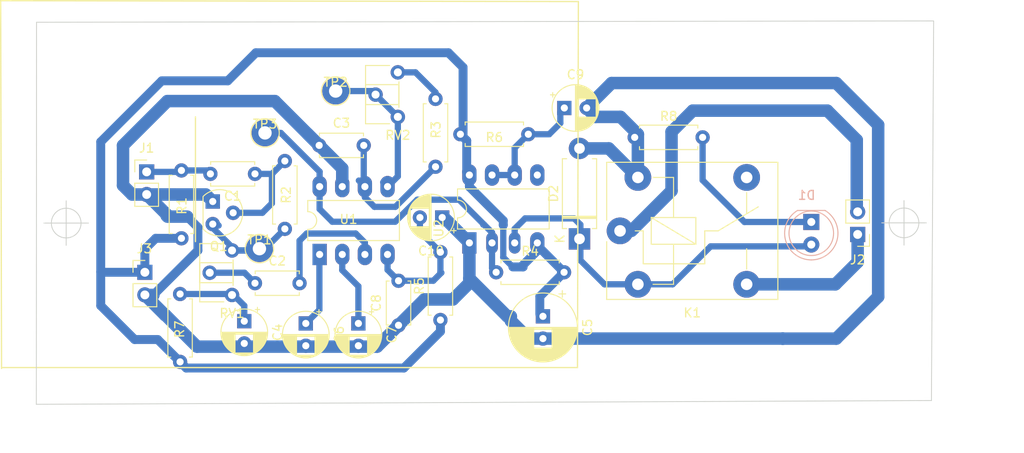
<source format=kicad_pcb>
(kicad_pcb (version 20211014) (generator pcbnew)
  (layers (0 "F.Cu" signal) (31 "B.Cu" signal) (34 "B.Paste" user) (35 "F.Paste" user) (36 "B.SilkS" user "B.Silkscreen") (37 "F.SilkS" user "F.Silkscreen") (38 "B.Mask" user) (39 "F.Mask" user) (44 "Edge.Cuts" user))
  (net 0 "")
  (net 1 "Net-(C1-Pad1)")
  (net 2 "Net-(C1-Pad2)")
  (net 3 "Net-(C2-Pad1)")
  (net 4 "Net-(C2-Pad2)")
  (net 5 "GND")
  (net 6 "Net-(C3-Pad2)")
  (net 7 "Net-(Q1-Pad3)")
  (net 8 "Net-(J2-Pad2)")
  (net 9 "+5V")
  (net 10 "Net-(R3-Pad2)")
  (net 11 "Net-(R4-Pad1)")
  (net 12 "Net-(C4-Pad1)")
  (net 13 "Net-(RV2-Pad1)")
  (net 15 "Net-(J2-Pad1)")
  (net 17 "Net-(D1-Pad1)")
  (net 18 "Net-(C6-Pad1)")
  (net 19 "Net-(C7-Pad1)")
  (net 20 "Net-(C10-Pad2)")
  (net 21 "Net-(C9-Pad1)")
  (net 22 "Net-(D1-Pad2)")
  (footprint "Connector_PinHeader_2.54mm:PinHeader_1x02_P2.54mm_Vertical" (layer "F.Cu") (at 118.375 49.1 180)
    (fp_text reference "J2" (at 0 -2.85) (layer "F.SilkS"))
    (fp_text value "Conn_01x02_Female" hide)
    (pad "1" thru_hole rect (at 0 0 180) (size 1.7 1.7) (drill 1) (layers *.Cu *.Mask) (net 15 "Net-(J2-Pad1)"))
    (pad "2" thru_hole oval (at 0 2.54 180) (size 1.7 1.7) (drill 1) (layers *.Cu *.Mask) (net 8 "Net-(J2-Pad2)"))
  )
  (footprint "Capacitor_THT:CP_Radial_D5.0mm_P2.50mm" (layer "F.Cu") (at 85.475 34.9)
    (fp_text reference "C9" (at 1.25 -3.75) (layer "F.SilkS"))
    (fp_text value "1uF")
    (pad "1" thru_hole rect (at 0 0) (size 1.6 1.6) (drill 0.8) (layers *.Cu *.Mask) (net 21 "Net-(C9-Pad1)"))
    (pad "2" thru_hole circle (at 2.5 0) (size 1.6 1.6) (drill 0.8) (layers *.Cu *.Mask) (net 5 "GND"))
  )
  (footprint "Package_DIP:DIP-8_W7.62mm_LongPads" (layer "F.Cu") (at 58.025 51.35 90)
    (fp_text reference "U1" (at 3.95 3.25 180) (layer "F.SilkS"))
    (fp_text value "NE567")
    (pad "1" thru_hole rect (at 0 0 90) (size 2.4 1.6) (drill 0.8) (layers *.Cu *.Mask) (net 18 "Net-(C6-Pad1)"))
    (pad "2" thru_hole oval (at 0 2.54 90) (size 2.4 1.6) (drill 0.8) (layers *.Cu *.Mask) (net 19 "Net-(C7-Pad1)"))
    (pad "3" thru_hole oval (at 0 5.08 90) (size 2.4 1.6) (drill 0.8) (layers *.Cu *.Mask) (net 4 "Net-(C2-Pad2)"))
    (pad "4" thru_hole oval (at 0 7.62 90) (size 2.4 1.6) (drill 0.8) (layers *.Cu *.Mask) (net 20 "Net-(C10-Pad2)"))
    (pad "5" thru_hole oval (at 7.62 7.62 90) (size 2.4 1.6) (drill 0.8) (layers *.Cu *.Mask) (net 13 "Net-(RV2-Pad1)"))
    (pad "6" thru_hole oval (at 7.62 5.08 90) (size 2.4 1.6) (drill 0.8) (layers *.Cu *.Mask) (net 6 "Net-(C3-Pad2)"))
    (pad "7" thru_hole oval (at 7.62 2.54 90) (size 2.4 1.6) (drill 0.8) (layers *.Cu *.Mask) (net 5 "GND"))
    (pad "8" thru_hole oval (at 7.62 0 90) (size 2.4 1.6) (drill 0.8) (layers *.Cu *.Mask) (net 11 "Net-(R4-Pad1)"))
  )
  (footprint "Resistor_THT:R_Axial_DIN0207_L6.3mm_D2.5mm_P7.62mm_Horizontal" (layer "F.Cu") (at 54.125 48.475 90)
    (fp_text reference "R2" (at 3.81 0.15 90) (layer "F.SilkS"))
    (fp_text value "1.5meg")
    (pad "1" thru_hole circle (at 0 0 90) (size 1.6 1.6) (drill 0.8) (layers *.Cu *.Mask) (net 7 "Net-(Q1-Pad3)"))
    (pad "2" thru_hole oval (at 7.62 0 90) (size 1.6 1.6) (drill 0.8) (layers *.Cu *.Mask) (net 1 "Net-(C1-Pad1)"))
  )
  (footprint "Connector_PinHeader_2.54mm:PinHeader_1x02_P2.54mm_Vertical" (layer "F.Cu") (at 38.425 53.35)
    (fp_text reference "J3" (at -0.05 -2.65) (layer "F.SilkS"))
    (fp_text value "BAT")
    (pad "1" thru_hole rect (at 0 0) (size 1.7 1.7) (drill 1) (layers *.Cu *.Mask) (net 9 "+5V"))
    (pad "2" thru_hole oval (at 0 2.54) (size 1.7 1.7) (drill 1) (layers *.Cu *.Mask) (net 5 "GND"))
  )
  (footprint "Resistor_THT:R_Axial_DIN0207_L6.3mm_D2.5mm_P7.62mm_Horizontal" (layer "F.Cu") (at 71.025 41.5 90)
    (fp_text reference "R3" (at 4.15 0.05 90) (layer "F.SilkS"))
    (fp_text value "4.7")
    (pad "1" thru_hole circle (at 0 0 90) (size 1.6 1.6) (drill 0.8) (layers *.Cu *.Mask) (net 6 "Net-(C3-Pad2)"))
    (pad "2" thru_hole oval (at 7.62 0 90) (size 1.6 1.6) (drill 0.8) (layers *.Cu *.Mask) (net 10 "Net-(R3-Pad2)"))
  )
  (footprint "Capacitor_THT:C_Disc_D4.7mm_W2.5mm_P5.00mm" (layer "F.Cu") (at 66.875 59.3 90)
    (fp_text reference "C8" (at 2.5 -2.5 90) (layer "F.SilkS"))
    (fp_text value "0.1uF")
    (pad "1" thru_hole circle (at 0 0 90) (size 1.6 1.6) (drill 0.8) (layers *.Cu *.Mask) (net 5 "GND"))
    (pad "2" thru_hole circle (at 5 0 90) (size 1.6 1.6) (drill 0.8) (layers *.Cu *.Mask) (net 20 "Net-(C10-Pad2)"))
  )
  (footprint "Potentiometer_THT:Potentiometer_ACP_CA6-H2,5_Horizontal" (layer "F.Cu") (at 48.2 55.9 180)
    (fp_text reference "RV1" (at 0 -2.06) (layer "F.SilkS"))
    (fp_text value "10k")
    (pad "1" thru_hole circle (at 0 0 180) (size 1.62 1.62) (drill 0.9) (layers *.Cu *.Mask) (net 12 "Net-(C4-Pad1)"))
    (pad "2" thru_hole circle (at 2.5 2.5 180) (size 1.62 1.62) (drill 0.9) (layers *.Cu *.Mask) (net 3 "Net-(C2-Pad1)"))
    (pad "3" thru_hole circle (at 0 5 180) (size 1.62 1.62) (drill 0.9) (layers *.Cu *.Mask) (net 7 "Net-(Q1-Pad3)"))
  )
  (footprint "Capacitor_THT:C_Disc_D4.7mm_W2.5mm_P5.00mm" (layer "F.Cu") (at 57.975 39.1)
    (fp_text reference "C3" (at 2.5 -2.5) (layer "F.SilkS"))
    (fp_text value "0.1uF")
    (pad "1" thru_hole circle (at 0 0) (size 1.6 1.6) (drill 0.8) (layers *.Cu *.Mask) (net 5 "GND"))
    (pad "2" thru_hole circle (at 5 0) (size 1.6 1.6) (drill 0.8) (layers *.Cu *.Mask) (net 6 "Net-(C3-Pad2)"))
  )
  (footprint "Personal:1PIN-1-2mm" (layer "F.Cu") (at 51.9 37.7)
    (fp_text reference "TP3" (at 0 -1) (layer "F.SilkS"))
    (fp_text value "Conn_01x01_Male" hide)
    (pad "1" thru_hole circle (at 0 0) (size 3 3) (drill 1.5) (layers *.Cu *.Mask) (net 11 "Net-(R4-Pad1)"))
  )
  (footprint "Personal:1PIN-1-2mm" (layer "F.Cu") (at 59.825 33)
    (fp_text reference "TP2" (at 0 -1) (layer "F.SilkS"))
    (fp_text value "Conn_01x01_Male" hide)
    (pad "1" thru_hole circle (at 0 0) (size 3 3) (drill 1.5) (layers *.Cu *.Mask) (net 13 "Net-(RV2-Pad1)"))
  )
  (footprint "Package_DIP:DIP-8_W7.62mm_LongPads" (layer "F.Cu") (at 74.825 50.05 90)
    (fp_text reference "U2" (at 1.635 -3.43 90) (layer "F.SilkS"))
    (fp_text value "LM555xM")
    (pad "1" thru_hole rect (at 0 0 90) (size 2.4 1.6) (drill 0.8) (layers *.Cu *.Mask) (net 5 "GND"))
    (pad "2" thru_hole oval (at 0 2.54 90) (size 2.4 1.3) (drill 0.8) (layers *.Cu *.Mask) (net 11 "Net-(R4-Pad1)"))
    (pad "3" thru_hole oval (at 0 5.08 90) (size 2.4 1.3) (drill 0.8) (layers *.Cu *.Mask) (net 22 "Net-(D1-Pad2)"))
    (pad "4" thru_hole oval (at 0 7.62 90) (size 2.4 1.6) (drill 0.8) (layers *.Cu *.Mask) (net 9 "+5V"))
    (pad "5" thru_hole oval (at 7.62 7.62 90) (size 2.4 1.6) (drill 0.8) (layers *.Cu *.Mask))
    (pad "6" thru_hole oval (at 7.62 5.08 90) (size 2.4 1.6) (drill 0.8) (layers *.Cu *.Mask) (net 21 "Net-(C9-Pad1)"))
    (pad "7" thru_hole oval (at 7.62 2.54 90) (size 2.4 1.6) (drill 0.8) (layers *.Cu *.Mask) (net 21 "Net-(C9-Pad1)"))
    (pad "8" thru_hole oval (at 7.62 0 90) (size 2.4 1.6) (drill 0.8) (layers *.Cu *.Mask) (net 9 "+5V"))
  )
  (footprint "Capacitor_THT:C_Disc_D4.7mm_W2.5mm_P5.00mm" (layer "F.Cu") (at 50.775 54.575)
    (fp_text reference "C2" (at 2.5 -2.5) (layer "F.SilkS"))
    (fp_text value "0.22uF")
    (pad "1" thru_hole circle (at 0 0) (size 1.6 1.6) (drill 0.8) (layers *.Cu *.Mask) (net 3 "Net-(C2-Pad1)"))
    (pad "2" thru_hole circle (at 5 0) (size 1.6 1.6) (drill 0.8) (layers *.Cu *.Mask) (net 4 "Net-(C2-Pad2)"))
  )
  (footprint "Capacitor_THT:CP_Radial_D5.0mm_P2.50mm" (layer "F.Cu") (at 71.775 47.2 180)
    (fp_text reference "C10" (at 1.25 -3.75) (layer "F.SilkS"))
    (fp_text value "47uF")
    (pad "1" thru_hole rect (at 0 0 180) (size 1.6 1.6) (drill 0.8) (layers *.Cu *.Mask) (net 5 "GND"))
    (pad "2" thru_hole circle (at 2.5 0 180) (size 1.6 1.6) (drill 0.8) (layers *.Cu *.Mask) (net 20 "Net-(C10-Pad2)"))
  )
  (footprint "Capacitor_THT:C_Disc_D4.7mm_W2.5mm_P5.00mm" (layer "F.Cu") (at 50.775 42.3 180)
    (fp_text reference "C1" (at 2.5 -2.5 180) (layer "F.SilkS"))
    (fp_text value "0.22uF")
    (pad "1" thru_hole circle (at 0 0 180) (size 1.6 1.6) (drill 0.8) (layers *.Cu *.Mask) (net 1 "Net-(C1-Pad1)"))
    (pad "2" thru_hole circle (at 5 0 180) (size 1.6 1.6) (drill 0.8) (layers *.Cu *.Mask) (net 2 "Net-(C1-Pad2)"))
  )
  (footprint "Capacitor_THT:CP_Radial_D5.0mm_P2.50mm" (layer "F.Cu") (at 62.375 59.094888 -90)
    (fp_text reference "C7" (at 1.25 -3.75 90) (layer "F.SilkS"))
    (fp_text value "2.2uF")
    (pad "1" thru_hole rect (at 0 0 270) (size 1.6 1.6) (drill 0.8) (layers *.Cu *.Mask) (net 19 "Net-(C7-Pad1)"))
    (pad "2" thru_hole circle (at 2.5 0 270) (size 1.6 1.6) (drill 0.8) (layers *.Cu *.Mask) (net 5 "GND"))
  )
  (footprint "Resistor_THT:R_Axial_DIN0207_L6.3mm_D2.5mm_P7.62mm_Horizontal" (layer "F.Cu") (at 71.575 58.71 90)
    (fp_text reference "R5" (at 3.81 -2.37 90) (layer "F.SilkS"))
    (fp_text value "2.2")
    (pad "1" thru_hole circle (at 0 0 90) (size 1.6 1.6) (drill 0.8) (layers *.Cu *.Mask) (net 9 "+5V"))
    (pad "2" thru_hole oval (at 7.62 0 90) (size 1.6 1.6) (drill 0.8) (layers *.Cu *.Mask) (net 20 "Net-(C10-Pad2)"))
  )
  (footprint "Capacitor_THT:CP_Radial_D5.0mm_P2.50mm" (layer "F.Cu") (at 49.575 58.839776 -90)
    (fp_text reference "C4" (at 1.25 -3.75 90) (layer "F.SilkS"))
    (fp_text value "47uF")
    (pad "1" thru_hole rect (at 0 0 270) (size 1.6 1.6) (drill 0.8) (layers *.Cu *.Mask) (net 12 "Net-(C4-Pad1)"))
    (pad "2" thru_hole circle (at 2.5 0 270) (size 1.6 1.6) (drill 0.8) (layers *.Cu *.Mask) (net 5 "GND"))
  )
  (footprint "Diode_THT:D_DO-15_P10.16mm_Horizontal" (layer "F.Cu") (at 87.175 49.6 90)
    (fp_text reference "D2" (at 5.08 -2.92 90) (layer "F.SilkS"))
    (fp_text value "D")
    (fp_text user "K" (at 0 -2.2 90) (layer "F.SilkS"))
    (pad "1" thru_hole rect (at 0 0 90) (size 2.4 2.4) (drill 1.2) (layers *.Cu *.Mask) (net 22 "Net-(D1-Pad2)"))
    (pad "2" thru_hole oval (at 10.16 0 90) (size 2.4 2.4) (drill 1.2) (layers *.Cu *.Mask) (net 5 "GND"))
  )
  (footprint "Resistor_THT:R_Axial_DIN0207_L6.3mm_D2.5mm_P7.62mm_Horizontal" (layer "F.Cu") (at 81.435 37.85 180)
    (fp_text reference "R6" (at 3.81 -0.35) (layer "F.SilkS"))
    (fp_text value "560K")
    (pad "1" thru_hole circle (at 0 0 180) (size 1.6 1.6) (drill 0.8) (layers *.Cu *.Mask) (net 21 "Net-(C9-Pad1)"))
    (pad "2" thru_hole oval (at 7.62 0 180) (size 1.6 1.6) (drill 0.8) (layers *.Cu *.Mask) (net 9 "+5V"))
  )
  (footprint "Capacitor_THT:CP_Radial_D5.0mm_P2.50mm" (layer "F.Cu") (at 56.475 59.094887 -90)
    (fp_text reference "C6" (at 1.25 -3.75 90) (layer "F.SilkS"))
    (fp_text value "1uF")
    (pad "1" thru_hole rect (at 0 0 270) (size 1.6 1.6) (drill 0.8) (layers *.Cu *.Mask) (net 18 "Net-(C6-Pad1)"))
    (pad "2" thru_hole circle (at 2.5 0 270) (size 1.6 1.6) (drill 0.8) (layers *.Cu *.Mask) (net 5 "GND"))
  )
  (footprint "Relay_THT:Relay_SPDT_Finder_36.11" (layer "F.Cu") (at 91.725 48.7)
    (fp_text reference "K1" (at 8.1 9.2) (layer "F.SilkS"))
    (fp_text value "FINDER-36.11")
    (pad "11" thru_hole circle (at 0 0) (size 3 3) (drill 1.3) (layers *.Cu *.Mask) (net 8 "Net-(J2-Pad2)"))
    (pad "12" thru_hole circle (at 14.2 -6) (size 3 3) (drill 1.3) (layers *.Cu *.Mask))
    (pad "14" thru_hole circle (at 14.2 6) (size 3 3) (drill 1.3) (layers *.Cu *.Mask) (net 15 "Net-(J2-Pad1)"))
    (pad "A1" thru_hole circle (at 2 6) (size 3 3) (drill 1.3) (layers *.Cu *.Mask) (net 22 "Net-(D1-Pad2)"))
    (pad "A2" thru_hole circle (at 2 -6) (size 3 3) (drill 1.3) (layers *.Cu *.Mask) (net 5 "GND"))
  )
  (footprint "Resistor_THT:R_Axial_DIN0207_L6.3mm_D2.5mm_P7.62mm_Horizontal" (layer "F.Cu") (at 77.825 53.35)
    (fp_text reference "R4" (at 3.81 -2.37) (layer "F.SilkS"))
    (fp_text value "10k")
    (pad "1" thru_hole circle (at 0 0) (size 1.6 1.6) (drill 0.8) (layers *.Cu *.Mask) (net 11 "Net-(R4-Pad1)"))
    (pad "2" thru_hole oval (at 7.62 0) (size 1.6 1.6) (drill 0.8) (layers *.Cu *.Mask) (net 9 "+5V"))
  )
  (footprint "Resistor_THT:R_Axial_DIN0207_L6.3mm_D2.5mm_P7.62mm_Horizontal" (layer "F.Cu") (at 42.525 49.535 90)
    (fp_text reference "R1" (at 3.635 0.05 90) (layer "F.SilkS"))
    (fp_text value "10K")
    (pad "1" thru_hole circle (at 0 0 90) (size 1.6 1.6) (drill 0.8) (layers *.Cu *.Mask) (net 9 "+5V"))
    (pad "2" thru_hole oval (at 7.62 0 90) (size 1.6 1.6) (drill 0.8) (layers *.Cu *.Mask) (net 2 "Net-(C1-Pad2)"))
  )
  (footprint "Capacitor_THT:CP_Radial_D7.5mm_P2.50mm" (layer "F.Cu") (at 83.075 58.294888 -90)
    (fp_text reference "C5" (at 1.25 -5 -90) (layer "F.SilkS"))
    (fp_text value "220uF")
    (pad "1" thru_hole rect (at 0 0 270) (size 1.6 1.6) (drill 0.8) (layers *.Cu *.Mask) (net 9 "+5V"))
    (pad "2" thru_hole circle (at 2.5 0 270) (size 1.6 1.6) (drill 0.8) (layers *.Cu *.Mask) (net 5 "GND"))
  )
  (footprint "Connector_PinHeader_2.54mm:PinHeader_1x02_P2.54mm_Vertical" (layer "F.Cu") (at 38.625 42.075)
    (fp_text reference "J1" (at 0 -2.675) (layer "F.SilkS"))
    (fp_text value "Mic")
    (pad "1" thru_hole rect (at 0 0) (size 1.7 1.7) (drill 1) (layers *.Cu *.Mask) (net 2 "Net-(C1-Pad2)"))
    (pad "2" thru_hole oval (at 0 2.54) (size 1.7 1.7) (drill 1) (layers *.Cu *.Mask) (net 5 "GND"))
  )
  (footprint "Personal:TO-92_Inline" (layer "F.Cu") (at 46.8 45.4 -90)
    (fp_text reference "Q1" (at 5.045 0.09) (layer "F.SilkS"))
    (fp_text value "2n3904" hide)
    (pad "1" thru_hole rect (at 0 0.762 270) (size 1.62 1.62) (drill 0.8) (layers *.Cu *.Mask) (net 5 "GND"))
    (pad "2" thru_hole oval (at 1.27 -1.524 270) (size 1.62 1.62) (drill 0.8) (layers *.Cu *.Mask) (net 1 "Net-(C1-Pad1)"))
    (pad "3" thru_hole oval (at 2.54 0.762 270) (size 1.62 1.62) (drill 0.8) (layers *.Cu *.Mask) (net 7 "Net-(Q1-Pad3)"))
  )
  (footprint "Resistor_THT:R_Axial_DIN0207_L6.3mm_D2.5mm_P7.62mm_Horizontal" (layer "F.Cu") (at 93.365 38.2)
    (fp_text reference "R8" (at 3.81 -2.37) (layer "F.SilkS"))
    (fp_text value "470")
    (pad "1" thru_hole circle (at 0 0) (size 1.6 1.6) (drill 0.8) (layers *.Cu *.Mask) (net 5 "GND"))
    (pad "2" thru_hole oval (at 7.62 0) (size 1.6 1.6) (drill 0.8) (layers *.Cu *.Mask) (net 17 "Net-(D1-Pad1)"))
  )
  (footprint "Personal:1PIN-1-2mm" (layer "F.Cu") (at 51.275 50.7)
    (fp_text reference "TP1" (at 0 -1) (layer "F.SilkS"))
    (fp_text value "Conn_01x01_Male" hide)
    (pad "1" thru_hole circle (at 0 0) (size 3 3) (drill 1.5) (layers *.Cu *.Mask) (net 7 "Net-(Q1-Pad3)"))
  )
  (footprint "Potentiometer_THT:Potentiometer_ACP_CA6-H2,5_Horizontal" (layer "F.Cu") (at 66.8 35.9 180)
    (fp_text reference "RV2" (at 0 -2.06) (layer "F.SilkS"))
    (fp_text value "10k")
    (pad "1" thru_hole circle (at 0 0 180) (size 1.62 1.62) (drill 0.9) (layers *.Cu *.Mask) (net 13 "Net-(RV2-Pad1)"))
    (pad "2" thru_hole circle (at 2.5 2.5 180) (size 1.62 1.62) (drill 0.9) (layers *.Cu *.Mask) (net 13 "Net-(RV2-Pad1)"))
    (pad "3" thru_hole circle (at 0 5 180) (size 1.62 1.62) (drill 0.9) (layers *.Cu *.Mask) (net 10 "Net-(R3-Pad2)"))
  )
  (footprint "Resistor_THT:R_Axial_DIN0207_L6.3mm_D2.5mm_P7.62mm_Horizontal" (layer "F.Cu") (at 42.375 63.41 90)
    (fp_text reference "R7" (at 3.66 -0.05 90) (layer "F.SilkS"))
    (fp_text value "100")
    (pad "1" thru_hole circle (at 0 0 90) (size 1.6 1.6) (drill 0.8) (layers *.Cu *.Mask) (net 9 "+5V"))
    (pad "2" thru_hole oval (at 7.62 0 90) (size 1.6 1.6) (drill 0.8) (layers *.Cu *.Mask) (net 12 "Net-(C4-Pad1)"))
  )
  (footprint "LED_THT:LED_D5.0mm" (layer "B.Cu") (at 113.175 47.7 -90)
    (fp_text reference "D1" (at -3 0.525 180) (layer "B.SilkS") (effects (justify mirror)))
    (fp_text value "LED")
    (pad "1" thru_hole rect (at 0 0 270) (size 1.8 1.8) (drill 0.9) (layers *.Cu *.Mask) (net 17 "Net-(D1-Pad1)"))
    (pad "2" thru_hole circle (at 2.54 0 270) (size 1.8 1.8) (drill 0.9) (layers *.Cu *.Mask) (net 22 "Net-(D1-Pad2)"))
  )
  (gr_line (start 22.35 64.15) (end 22.25 22.85) (layer "F.SilkS") (width 0.15))
  (gr_line (start 86.95 64.05) (end 22.45 64.05) (layer "F.SilkS") (width 0.15))
  (gr_line (start 22.25 22.85) (end 87.05 22.95) (layer "F.SilkS") (width 0.15))
  (gr_line (start 87.05 22.95) (end 86.95 64.05) (layer "F.SilkS") (width 0.15))
  (gr_line (start 44.1 35.9) (end 44.1 49.9) (layer "F.SilkS") (width 0.15))
  (gr_line (start 126.9 25.125) (end 126.65 67.75) (layer "Edge.Cuts") (width 0.1))
  (gr_line (start 26.25 68.175) (end 26.275 25.275) (layer "Edge.Cuts") (width 0.1))
  (gr_line (start 26.275 25.275) (end 126.85 25.125) (layer "Edge.Cuts") (width 0.1))
  (gr_line (start 126.65 67.75) (end 26.25 68.175) (layer "Edge.Cuts") (width 0.1))
  (target plus (at 123.575 47.8) (size 5) (width 0.1) (layer "Edge.Cuts"))
  (target plus (at 29.6 47.825) (size 5) (width 0.1) (layer "Edge.Cuts"))
  (segment (start 51.605 46.67) (end 52.675 45.6) (width 0.7) (layer "B.Cu") (net 1))
  (segment (start 52.675 42.325) (end 52.75 42.25) (width 0.7) (layer "B.Cu") (net 1))
  (segment (start 52.68 42.3) (end 50.775 42.3) (width 0.7) (layer "B.Cu") (net 1))
  (segment (start 52.675 45.6) (end 52.675 42.325) (width 0.7) (layer "B.Cu") (net 1))
  (segment (start 54.125 40.855) (end 52.68 42.3) (width 0.7) (layer "B.Cu") (net 1))
  (segment (start 48.324 46.67) (end 51.605 46.67) (width 0.7) (layer "B.Cu") (net 1))
  (segment (start 38.625 42.075) (end 42.365 42.075) (width 0.7) (layer "B.Cu") (net 2))
  (segment (start 42.525 41.915) (end 45.39 41.915) (width 0.7) (layer "B.Cu") (net 2))
  (segment (start 42.365 42.075) (end 42.525 41.915) (width 0.7) (layer "B.Cu") (net 2))
  (segment (start 45.39 41.915) (end 45.775 42.3) (width 0.7) (layer "B.Cu") (net 2))
  (segment (start 45.7 53.4) (end 49.6 53.4) (width 0.7) (layer "B.Cu") (net 3))
  (segment (start 49.6 53.4) (end 50.775 54.575) (width 0.7) (layer "B.Cu") (net 3))
  (segment (start 56.575 49) (end 62.075 49) (width 0.7) (layer "B.Cu") (net 4))
  (segment (start 55.775 49.8) (end 56.575 49) (width 0.7) (layer "B.Cu") (net 4))
  (segment (start 62.075 49) (end 63.105 50.03) (width 0.7) (layer "B.Cu") (net 4))
  (segment (start 55.775 54.575) (end 55.775 49.8) (width 0.7) (layer "B.Cu") (net 4))
  (segment (start 63.105 50.03) (end 63.105 51.35) (width 0.7) (layer "B.Cu") (net 4))
  (segment (start 71.775 47.2) (end 71.975 47.2) (width 1.4) (layer "B.Cu") (net 5))
  (segment (start 40.975 47.1) (end 43.175 47.1) (width 1.4) (layer "B.Cu") (net 5))
  (segment (start 38.625 44.615) (end 40.875 46.865) (width 1.4) (layer "B.Cu") (net 5))
  (segment (start 79.075 58.3) (end 74.825 54.05) (width 1.4) (layer "B.Cu") (net 5))
  (segment (start 87.975 34.9) (end 88.975 35.9) (width 1.4) (layer "B.Cu") (net 5))
  (segment (start 38.625 44.615) (end 45.253 44.615) (width 1.4) (layer "B.Cu") (net 5))
  (segment (start 115.975 32.1) (end 120.675 36.8) (width 1.4) (layer "B.Cu") (net 5))
  (segment (start 35.975 43.6) (end 35.975 39.1) (width 1.4) (layer "B.Cu") (net 5))
  (segment (start 90.775 32.1) (end 115.975 32.1) (width 1.4) (layer "B.Cu") (net 5))
  (segment (start 93.725 37.85) (end 93.725 42.7) (width 1.4) (layer "B.Cu") (net 5))
  (segment (start 56.675 37.8) (end 57.975 39.1) (width 1.4) (layer "B.Cu") (net 5))
  (segment (start 44.375 50.9) (end 39.385 55.89) (width 1) (layer "B.Cu") (net 5))
  (segment (start 87.975 34.9) (end 90.775 32.1) (width 1.4) (layer "B.Cu") (net 5))
  (segment (start 87.175 39.44) (end 90.465 39.44) (width 1.4) (layer "B.Cu") (net 5))
  (segment (start 53 34.125) (end 57.975 39.1) (width 1.4) (layer "B.Cu") (net 5))
  (segment (start 69.775 56.4) (end 72.975 56.4) (width 1.4) (layer "B.Cu") (net 5))
  (segment (start 38.625 44.615) (end 41.89 44.615) (width 1.4) (layer "B.Cu") (net 5))
  (segment (start 74.825 54.05) (end 74.825 50.05) (width 1.4) (layer "B.Cu") (net 5))
  (segment (start 38.335 55.8) (end 38.425 55.89) (width 1.4) (layer "B.Cu") (net 5))
  (segment (start 44.275 61.7) (end 64.475 61.7) (width 1.4) (layer "B.Cu") (net 5))
  (segment (start 45.253 44.615) (end 46.038 45.4) (width 1.4) (layer "B.Cu") (net 5))
  (segment (start 79.475 58.3) (end 79.075 58.3) (width 1.4) (layer "B.Cu") (net 5))
  (segment (start 74.825 54.55) (end 74.825 54.05) (width 1.4) (layer "B.Cu") (net 5))
  (segment (start 35.975 39.1) (end 40.95 34.125) (width 1.4) (layer "B.Cu") (net 5))
  (segment (start 40.685 58.15) (end 40.725 58.15) (width 1.4) (layer "B.Cu") (net 5))
  (segment (start 40.725 58.15) (end 44.275 61.7) (width 1.4) (layer "B.Cu") (net 5))
  (segment (start 38.625 44.615) (end 36.99 44.615) (width 1.4) (layer "B.Cu") (net 5))
  (segment (start 120.675 36.8) (end 120.675 56.1) (width 1.4) (layer "B.Cu") (net 5))
  (segment (start 57.975 39.1) (end 60.565 41.69) (width 1.4) (layer "B.Cu") (net 5))
  (segment (start 88.975 35.9) (end 91.775 35.9) (width 1.4) (layer "B.Cu") (net 5))
  (segment (start 43.175 47.1) (end 44.375 48.3) (width 1) (layer "B.Cu") (net 5))
  (segment (start 38.425 55.89) (end 40.685 58.15) (width 1.4) (layer "B.Cu") (net 5))
  (segment (start 109.969888 60.794888) (end 83.075 60.794888) (width 1.4) (layer "B.Cu") (net 5))
  (segment (start 79.475 58.8) (end 79.475 58.3) (width 1.4) (layer "B.Cu") (net 5))
  (segment (start 40.875 46.865) (end 40.875 47) (width 1.4) (layer "B.Cu") (net 5))
  (segment (start 90.465 39.44) (end 93.725 42.7) (width 1.4) (layer "B.Cu") (net 5))
  (segment (start 81.469888 60.794888) (end 79.475 58.8) (width 1.4) (layer "B.Cu") (net 5))
  (segment (start 60.565 41.69) (end 60.565 43.73) (width 1.4) (layer "B.Cu") (net 5))
  (segment (start 115.975 60.8) (end 109.975 60.8) (width 1.4) (layer "B.Cu") (net 5))
  (segment (start 71.975 47.2) (end 74.825 50.05) (width 1.4) (layer "B.Cu") (net 5))
  (segment (start 40.95 34.125) (end 53 34.125) (width 1.4) (layer "B.Cu") (net 5))
  (segment (start 39.385 55.89) (end 38.425 55.89) (width 1.4) (layer "B.Cu") (net 5))
  (segment (start 83.075 60.794888) (end 81.469888 60.794888) (width 1.4) (layer "B.Cu") (net 5))
  (segment (start 64.475 61.7) (end 69.775 56.4) (width 1.4) (layer "B.Cu") (net 5))
  (segment (start 120.675 56.1) (end 115.975 60.8) (width 1.4) (layer "B.Cu") (net 5))
  (segment (start 40.875 47) (end 40.975 47.1) (width 1.4) (layer "B.Cu") (net 5))
  (segment (start 72.975 56.4) (end 74.825 54.55) (width 1.4) (layer "B.Cu") (net 5))
  (segment (start 44.375 48.3) (end 44.375 50.9) (width 1) (layer "B.Cu") (net 5))
  (segment (start 91.775 35.9) (end 93.725 37.85) (width 1.4) (layer "B.Cu") (net 5))
  (segment (start 36.99 44.615) (end 35.975 43.6) (width 1.4) (layer "B.Cu") (net 5))
  (segment (start 109.975 60.8) (end 109.969888 60.794888) (width 1.4) (layer "B.Cu") (net 5))
  (segment (start 63.105 44.93) (end 64.175 46) (width 0.7) (layer "B.Cu") (net 6))
  (segment (start 62.975 43.6) (end 63.105 43.73) (width 0.7) (layer "B.Cu") (net 6))
  (segment (start 64.175 46) (end 66.525 46) (width 0.7) (layer "B.Cu") (net 6))
  (segment (start 62.975 39.1) (end 62.975 43.6) (width 0.7) (layer "B.Cu") (net 6))
  (segment (start 66.525 46) (end 71.025 41.5) (width 0.7) (layer "B.Cu") (net 6))
  (segment (start 63.105 43.73) (end 63.105 44.93) (width 0.7) (layer "B.Cu") (net 6))
  (segment (start 62.425 43.05) (end 63.105 43.73) (width 0.7) (layer "B.Cu") (net 6))
  (segment (start 46.698 48.1) (end 46.538 47.94) (width 0.7) (layer "B.Cu") (net 7))
  (segment (start 46.538 47.94) (end 46.038 47.94) (width 0.7) (layer "B.Cu") (net 7))
  (segment (start 46.038 47.94) (end 46.038 48.363) (width 0.7) (layer "B.Cu") (net 7))
  (segment (start 48.575 50.9) (end 52.46 50.9) (width 0.7) (layer "B.Cu") (net 7))
  (segment (start 51.7 50.9) (end 54.125 48.475) (width 0.7) (layer "B.Cu") (net 7))
  (segment (start 48.2 50.9) (end 51.7 50.9) (width 0.7) (layer "B.Cu") (net 7))
  (segment (start 46.038 48.363) (end 48.575 50.9) (width 0.7) (layer "B.Cu") (net 7))
  (segment (start 93 48.7) (end 97.5 44.2) (width 1.4) (layer "B.Cu") (net 8))
  (segment (start 118.275 38.5) (end 118.275 46.46) (width 1.4) (layer "B.Cu") (net 8))
  (segment (start 97.5 44.2) (end 97.5 37.575) (width 1.4) (layer "B.Cu") (net 8))
  (segment (start 97.5 37.575) (end 99.875 35.2) (width 1.4) (layer "B.Cu") (net 8))
  (segment (start 91.725 48.7) (end 93 48.7) (width 0.7) (layer "B.Cu") (net 8))
  (segment (start 118.275 46.46) (end 118.375 46.56) (width 0.7) (layer "B.Cu") (net 8))
  (segment (start 99.875 35.2) (end 114.975 35.2) (width 1.4) (layer "B.Cu") (net 8))
  (segment (start 114.975 35.2) (end 118.275 38.5) (width 1.4) (layer "B.Cu") (net 8))
  (segment (start 78.625 47.55) (end 78.625 48.05) (width 1) (layer "B.Cu") (net 9))
  (segment (start 72.475 28.7) (end 50.875 28.7) (width 1) (layer "B.Cu") (net 9))
  (segment (start 33.475 53.3) (end 33.525 53.35) (width 1) (layer "B.Cu") (net 9))
  (segment (start 74.525 38.56) (end 73.815 37.85) (width 1) (layer "B.Cu") (net 9))
  (segment (start 38.425 53.35) (end 38.425 50.75) (width 1) (layer "B.Cu") (net 9))
  (segment (start 74.525 42.13) (end 74.525 38.56) (width 1) (layer "B.Cu") (net 9))
  (segment (start 78.625051 48.050051) (end 78.625051 51.675051) (width 0.7) (layer "B.Cu") (net 9))
  (segment (start 37.275 60.9) (end 39.865 60.9) (width 1) (layer "B.Cu") (net 9))
  (segment (start 82.445 50.35) (end 85.445 53.35) (width 1) (layer "B.Cu") (net 9))
  (segment (start 71.575 60) (end 71.575 58.71) (width 1) (layer "B.Cu") (net 9))
  (segment (start 74.115 37.55) (end 74.115 30.34) (width 1) (layer "B.Cu") (net 9))
  (segment (start 47.725 31.85) (end 40.325 31.85) (width 1) (layer "B.Cu") (net 9))
  (segment (start 43.065 64.1) (end 67.475 64.1) (width 1) (layer "B.Cu") (net 9))
  (segment (start 82.725 58.05) (end 82.725 56.07) (width 1) (layer "B.Cu") (net 9))
  (segment (start 74.825 42.43) (end 74.525 42.13) (width 1) (layer "B.Cu") (net 9))
  (segment (start 74.825 43.75) (end 78.625 47.55) (width 1) (layer "B.Cu") (net 9))
  (segment (start 82.445 50.93) (end 82.445 50.05) (width 1) (layer "B.Cu") (net 9))
  (segment (start 82.725 56.07) (end 85.445 53.35) (width 1) (layer "B.Cu") (net 9))
  (segment (start 73.815 37.85) (end 74.115 37.55) (width 1) (layer "B.Cu") (net 9))
  (segment (start 39.865 60.9) (end 42.375 63.41) (width 1) (layer "B.Cu") (net 9))
  (segment (start 78.625 48.05) (end 78.625051 48.050051) (width 1) (layer "B.Cu") (net 9))
  (segment (start 80.85 52.75) (end 80.85 52.525) (width 1) (layer "B.Cu") (net 9))
  (segment (start 33.525 53.35) (end 38.425 53.35) (width 1) (layer "B.Cu") (net 9))
  (segment (start 39.64 49.535) (end 42.525 49.535) (width 1) (layer "B.Cu") (net 9))
  (segment (start 67.475 64.1) (end 71.575 60) (width 1) (layer "B.Cu") (net 9))
  (segment (start 80.85 52.525) (end 82.445 50.93) (width 1) (layer "B.Cu") (net 9))
  (segment (start 38.425 50.75) (end 39.64 49.535) (width 1) (layer "B.Cu") (net 9))
  (segment (start 79.7 52.75) (end 80.85 52.75) (width 1) (layer "B.Cu") (net 9))
  (segment (start 40.325 31.85) (end 33.475 38.7) (width 1) (layer "B.Cu") (net 9))
  (segment (start 74.115 30.34) (end 72.475 28.7) (width 1) (layer "B.Cu") (net 9))
  (segment (start 82.445 50.05) (end 82.445 50.35) (width 1) (layer "B.Cu") (net 9))
  (segment (start 33.475 38.7) (end 33.475 57.1) (width 1) (layer "B.Cu") (net 9))
  (segment (start 74.825 42.43) (end 74.825 43.75) (width 1) (layer "B.Cu") (net 9))
  (segment (start 78.625051 51.675051) (end 79.7 52.75) (width 0.7) (layer "B.Cu") (net 9))
  (segment (start 50.875 28.7) (end 47.725 31.85) (width 1) (layer "B.Cu") (net 9))
  (segment (start 33.475 57.1) (end 37.275 60.9) (width 1) (layer "B.Cu") (net 9))
  (segment (start 42.375 63.41) (end 43.065 64.1) (width 1) (layer "B.Cu") (net 9))
  (segment (start 71.025 33.15) (end 71.025 33.88) (width 0.7) (layer "B.Cu") (net 10))
  (segment (start 68.775 30.9) (end 71.025 33.15) (width 0.7) (layer "B.Cu") (net 10))
  (segment (start 66.8 30.9) (end 68.775 30.9) (width 0.7) (layer "B.Cu") (net 10))
  (segment (start 77.365 52.89) (end 77.825 53.35) (width 0.7) (layer "B.Cu") (net 11))
  (segment (start 53.675 37.7) (end 58.025 42.05) (width 0.7) (layer "B.Cu") (net 11))
  (segment (start 66.5 47.675) (end 59.45 47.675) (width 0.7) (layer "B.Cu") (net 11))
  (segment (start 77.365 48.89) (end 77.365 50.05) (width 0.7) (layer "B.Cu") (net 11))
  (segment (start 68.975 45.2) (end 66.5 47.675) (width 0.7) (layer "B.Cu") (net 11))
  (segment (start 58.025 46.25) (end 58.025 43.73) (width 0.7) (layer "B.Cu") (net 11))
  (segment (start 73.675 45.2) (end 68.975 45.2) (width 0.7) (layer "B.Cu") (net 11))
  (segment (start 59.45 47.675) (end 58.025 46.25) (width 0.7) (layer "B.Cu") (net 11))
  (segment (start 76.475 48) (end 77.365 48.89) (width 0.7) (layer "B.Cu") (net 11))
  (segment (start 76.475 48) (end 76.375 48) (width 0.7) (layer "B.Cu") (net 11))
  (segment (start 58.025 42.05) (end 58.025 43.73) (width 0.7) (layer "B.Cu") (net 11))
  (segment (start 51.9 37.7) (end 53.675 37.7) (width 0.7) (layer "B.Cu") (net 11))
  (segment (start 77.365 50.05) (end 77.365 52.89) (width 0.7) (layer "B.Cu") (net 11))
  (segment (start 76.375 47.9) (end 73.675 45.2) (width 0.7) (layer "B.Cu") (net 11))
  (segment (start 49.575 57.1) (end 49.575 58.839776) (width 0.7) (layer "B.Cu") (net 12))
  (segment (start 48.09 55.79) (end 48.2 55.9) (width 0.7) (layer "B.Cu") (net 12))
  (segment (start 42.375 55.79) (end 48.09 55.79) (width 0.7) (layer "B.Cu") (net 12))
  (segment (start 48.2 55.9) (end 48.375 55.9) (width 0.7) (layer "B.Cu") (net 12))
  (segment (start 48.375 55.9) (end 49.575 57.1) (width 0.7) (layer "B.Cu") (net 12))
  (segment (start 66.8 35.9) (end 66.8 42.575) (width 0.7) (layer "B.Cu") (net 13))
  (segment (start 59.825 33) (end 63.9 33) (width 0.7) (layer "B.Cu") (net 13))
  (segment (start 63.9 33) (end 64.3 33.4) (width 0.7) (layer "B.Cu") (net 13))
  (segment (start 64.3 33.4) (end 66.8 35.9) (width 0.7) (layer "B.Cu") (net 13))
  (segment (start 65.645 43.73) (end 65.155 43.24) (width 0.7) (layer "B.Cu") (net 13))
  (segment (start 66.8 42.575) (end 65.645 43.73) (width 0.7) (layer "B.Cu") (net 13))
  (segment (start 115.875 54.7) (end 118.375 52.2) (width 1.4) (layer "B.Cu") (net 15))
  (segment (start 118.375 52.2) (end 118.375 49.1) (width 1.4) (layer "B.Cu") (net 15))
  (segment (start 105.925 54.7) (end 115.875 54.7) (width 1.4) (layer "B.Cu") (net 15))
  (segment (start 105.675 47.7) (end 113.175 47.7) (width 0.7) (layer "B.Cu") (net 17))
  (segment (start 100.985 38.2) (end 100.985 43.01) (width 0.7) (layer "B.Cu") (net 17))
  (segment (start 100.985 43.01) (end 105.675 47.7) (width 0.7) (layer "B.Cu") (net 17))
  (segment (start 58 51.375) (end 58.025 51.35) (width 0.7) (layer "B.Cu") (net 18))
  (segment (start 58 57.569887) (end 58 51.375) (width 0.7) (layer "B.Cu") (net 18))
  (segment (start 56.475 59.094887) (end 58 57.569887) (width 0.7) (layer "B.Cu") (net 18))
  (segment (start 62.375 54.925) (end 62.375 59.094888) (width 0.7) (layer "B.Cu") (net 19))
  (segment (start 60.565 53.115) (end 62.375 54.925) (width 0.7) (layer "B.Cu") (net 19))
  (segment (start 60.565 51.35) (end 60.565 53.115) (width 0.7) (layer "B.Cu") (net 19))
  (segment (start 71.675 53.4) (end 71.575 53.3) (width 0.7) (layer "B.Cu") (net 20))
  (segment (start 65.645 53.07) (end 66.875 54.3) (width 0.7) (layer "B.Cu") (net 20))
  (segment (start 66.875 54.3) (end 70.775 54.3) (width 0.7) (layer "B.Cu") (net 20))
  (segment (start 69.275 48.79) (end 71.575 51.09) (width 0.7) (layer "B.Cu") (net 20))
  (segment (start 69.275 47.2) (end 69.275 48.79) (width 0.7) (layer "B.Cu") (net 20))
  (segment (start 65.645 51.35) (end 65.645 53.07) (width 0.7) (layer "B.Cu") (net 20))
  (segment (start 70.775 54.3) (end 71.675 53.4) (width 0.7) (layer "B.Cu") (net 20))
  (segment (start 71.575 53.3) (end 71.575 51.09) (width 0.7) (layer "B.Cu") (net 20))
  (segment (start 79.905 42.43) (end 79.905 39.38) (width 0.7) (layer "B.Cu") (net 21))
  (segment (start 85.025 35.35) (end 85.475 34.9) (width 0.7) (layer "B.Cu") (net 21))
  (segment (start 81.435 37.85) (end 83.775 37.85) (width 0.7) (layer "B.Cu") (net 21))
  (segment (start 85.025 36.6) (end 85.025 35.35) (width 0.7) (layer "B.Cu") (net 21))
  (segment (start 83.775 37.85) (end 85.025 36.6) (width 0.7) (layer "B.Cu") (net 21))
  (segment (start 77.365 42.43) (end 79.905 42.43) (width 0.7) (layer "B.Cu") (net 21))
  (segment (start 79.905 39.38) (end 81.435 37.85) (width 0.7) (layer "B.Cu") (net 21))
  (segment (start 81.075 47.3) (end 86.575 47.3) (width 0.7) (layer "B.Cu") (net 22))
  (segment (start 87.275 48) (end 87.275 52) (width 0.7) (layer "B.Cu") (net 22))
  (segment (start 86.575 47.3) (end 87.275 48) (width 0.7) (layer "B.Cu") (net 22))
  (segment (start 89.975 54.7) (end 93.725 54.7) (width 0.7) (layer "B.Cu") (net 22))
  (segment (start 79.905 50.05) (end 79.905 48.47) (width 0.7) (layer "B.Cu") (net 22))
  (segment (start 79.905 48.47) (end 81.075 47.3) (width 0.7) (layer "B.Cu") (net 22))
  (segment (start 87.275 52) (end 89.975 54.7) (width 0.7) (layer "B.Cu") (net 22))
  (segment (start 93.725 54.7) (end 97.625 54.7) (width 0.7) (layer "B.Cu") (net 22))
  (segment (start 112.975 50.44) (end 113.175 50.24) (width 0.7) (layer "B.Cu") (net 22))
  (segment (start 101.885 50.44) (end 112.975 50.44) (width 0.7) (layer "B.Cu") (net 22))
  (segment (start 97.625 54.7) (end 101.885 50.44) (width 0.7) (layer "B.Cu") (net 22))
)
</source>
